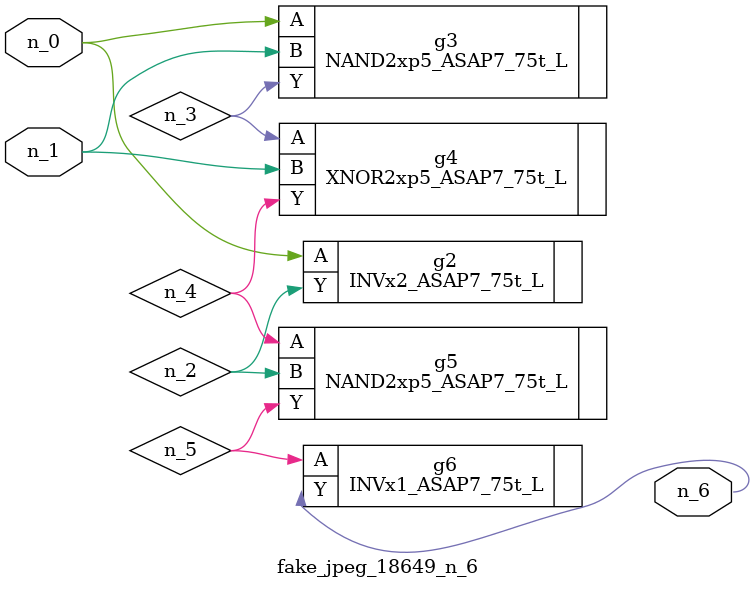
<source format=v>
module fake_jpeg_18649_n_6 (n_0, n_1, n_6);

input n_0;
input n_1;

output n_6;

wire n_2;
wire n_3;
wire n_4;
wire n_5;

INVx2_ASAP7_75t_L g2 ( 
.A(n_0),
.Y(n_2)
);

NAND2xp5_ASAP7_75t_L g3 ( 
.A(n_0),
.B(n_1),
.Y(n_3)
);

XNOR2xp5_ASAP7_75t_L g4 ( 
.A(n_3),
.B(n_1),
.Y(n_4)
);

NAND2xp5_ASAP7_75t_L g5 ( 
.A(n_4),
.B(n_2),
.Y(n_5)
);

INVx1_ASAP7_75t_L g6 ( 
.A(n_5),
.Y(n_6)
);


endmodule
</source>
